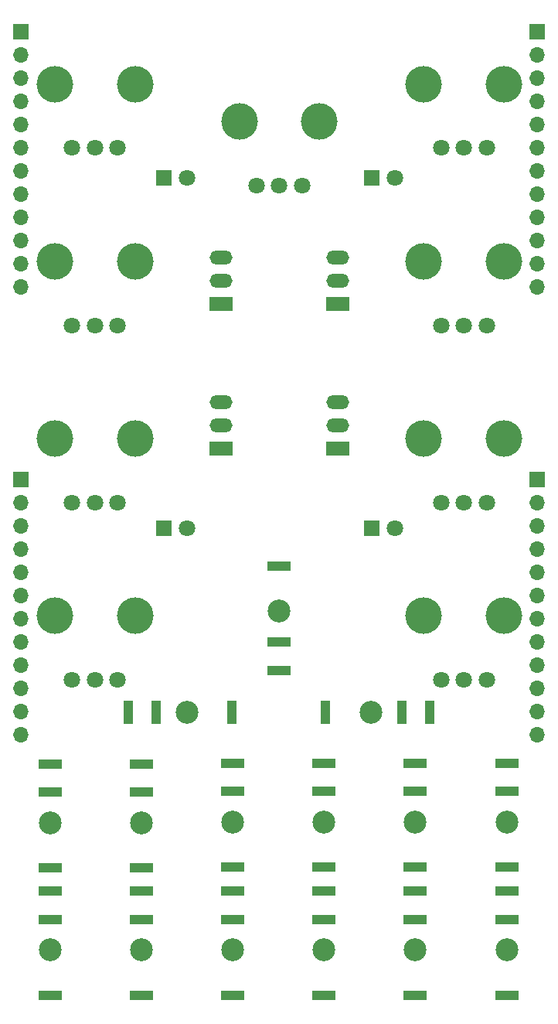
<source format=gbr>
%TF.GenerationSoftware,KiCad,Pcbnew,(5.99.0-12348-g4b436fb86d)*%
%TF.CreationDate,2021-09-22T21:55:13+01:00*%
%TF.ProjectId,Ampelope_Controls,416d7065-6c6f-4706-955f-436f6e74726f,rev?*%
%TF.SameCoordinates,Original*%
%TF.FileFunction,Soldermask,Top*%
%TF.FilePolarity,Negative*%
%FSLAX46Y46*%
G04 Gerber Fmt 4.6, Leading zero omitted, Abs format (unit mm)*
G04 Created by KiCad (PCBNEW (5.99.0-12348-g4b436fb86d)) date 2021-09-22 21:55:13*
%MOMM*%
%LPD*%
G01*
G04 APERTURE LIST*
%ADD10C,4.000000*%
%ADD11C,1.800000*%
%ADD12C,2.500000*%
%ADD13R,2.500000X1.000000*%
%ADD14R,2.500000X1.500000*%
%ADD15O,2.500000X1.500000*%
%ADD16R,1.800000X1.800000*%
%ADD17R,1.000000X2.500000*%
%ADD18R,1.700000X1.700000*%
%ADD19O,1.700000X1.700000*%
G04 APERTURE END LIST*
D10*
%TO.C,EnvB_S_POT1*%
X146100000Y-96600000D03*
X154900000Y-96600000D03*
D11*
X153000000Y-103600000D03*
X150500000Y-103600000D03*
X148000000Y-103600000D03*
%TD*%
D12*
%TO.C,J11*%
X145200000Y-138600000D03*
D13*
X145200000Y-132120000D03*
X145200000Y-135220000D03*
X145200000Y-143520000D03*
%TD*%
D14*
%TO.C,E2_MODE1*%
X123900000Y-97740000D03*
D15*
X123900000Y-95200000D03*
X123900000Y-92660000D03*
%TD*%
D10*
%TO.C,EnvB_R_POT1*%
X146100000Y-116000000D03*
X154900000Y-116000000D03*
D11*
X153000000Y-123000000D03*
X150500000Y-123000000D03*
X148000000Y-123000000D03*
%TD*%
D12*
%TO.C,J16*%
X155200000Y-152600000D03*
D13*
X155200000Y-146120000D03*
X155200000Y-149220000D03*
X155200000Y-157520000D03*
%TD*%
D12*
%TO.C,J6*%
X125200000Y-152600000D03*
D13*
X125200000Y-146120000D03*
X125200000Y-149220000D03*
X125200000Y-157520000D03*
%TD*%
D12*
%TO.C,J10*%
X115200000Y-152600000D03*
D13*
X115200000Y-146120000D03*
X115200000Y-149220000D03*
X115200000Y-157520000D03*
%TD*%
D16*
%TO.C,LED2*%
X117630000Y-106400000D03*
D11*
X120170000Y-106400000D03*
%TD*%
D12*
%TO.C,J13*%
X105200000Y-138700000D03*
D13*
X105200000Y-132220000D03*
X105200000Y-135320000D03*
X105200000Y-143620000D03*
%TD*%
D12*
%TO.C,J7*%
X135200000Y-138600000D03*
D13*
X135200000Y-132120000D03*
X135200000Y-135220000D03*
X135200000Y-143520000D03*
%TD*%
D16*
%TO.C,LED1*%
X117630000Y-68100000D03*
D11*
X120170000Y-68100000D03*
%TD*%
D12*
%TO.C,J18*%
X120200000Y-126600000D03*
D17*
X113720000Y-126600000D03*
X116820000Y-126600000D03*
X125120000Y-126600000D03*
%TD*%
D10*
%TO.C,EnvA_A_POT1*%
X105700000Y-57800000D03*
X114500000Y-57800000D03*
D11*
X112600000Y-64800000D03*
X110100000Y-64800000D03*
X107600000Y-64800000D03*
%TD*%
D12*
%TO.C,J12*%
X145200000Y-152600000D03*
D13*
X145200000Y-146120000D03*
X145200000Y-149220000D03*
X145200000Y-157520000D03*
%TD*%
D12*
%TO.C,J5*%
X125200000Y-138600000D03*
D13*
X125200000Y-132120000D03*
X125200000Y-135220000D03*
X125200000Y-143520000D03*
%TD*%
D12*
%TO.C,J19*%
X140300000Y-126600000D03*
D17*
X146780000Y-126600000D03*
X143680000Y-126600000D03*
X135380000Y-126600000D03*
%TD*%
D14*
%TO.C,E1_MODE1*%
X123900000Y-81840000D03*
D15*
X123900000Y-79300000D03*
X123900000Y-76760000D03*
%TD*%
D10*
%TO.C,LFO_POT1*%
X134700000Y-61900000D03*
X125900000Y-61900000D03*
D11*
X132800000Y-68900000D03*
X130300000Y-68900000D03*
X127800000Y-68900000D03*
%TD*%
D10*
%TO.C,EnvA_R_POT1*%
X114500000Y-116000000D03*
X105700000Y-116000000D03*
D11*
X112600000Y-123000000D03*
X110100000Y-123000000D03*
X107600000Y-123000000D03*
%TD*%
D10*
%TO.C,EnvB_D_POT1*%
X146100000Y-77200000D03*
X154900000Y-77200000D03*
D11*
X153000000Y-84200000D03*
X150500000Y-84200000D03*
X148000000Y-84200000D03*
%TD*%
D10*
%TO.C,EnvA_S_POT1*%
X114500000Y-96600000D03*
X105700000Y-96600000D03*
D11*
X112600000Y-103600000D03*
X110100000Y-103600000D03*
X107600000Y-103600000D03*
%TD*%
D10*
%TO.C,EnvA_D_POT1*%
X114500000Y-77200000D03*
X105700000Y-77200000D03*
D11*
X112600000Y-84200000D03*
X110100000Y-84200000D03*
X107600000Y-84200000D03*
%TD*%
D14*
%TO.C,E3_MODE1*%
X136700000Y-81840000D03*
D15*
X136700000Y-79300000D03*
X136700000Y-76760000D03*
%TD*%
D16*
%TO.C,LED3*%
X140430000Y-68100000D03*
D11*
X142970000Y-68100000D03*
%TD*%
D12*
%TO.C,J14*%
X105200000Y-152600000D03*
D13*
X105200000Y-146120000D03*
X105200000Y-149220000D03*
X105200000Y-157520000D03*
%TD*%
D12*
%TO.C,J17*%
X130300000Y-115500000D03*
D13*
X130300000Y-121980000D03*
X130300000Y-118880000D03*
X130300000Y-110580000D03*
%TD*%
D14*
%TO.C,E4_MODE1*%
X136700000Y-97740000D03*
D15*
X136700000Y-95200000D03*
X136700000Y-92660000D03*
%TD*%
D10*
%TO.C,EnvB_A_POT1*%
X154900000Y-57800000D03*
X146100000Y-57800000D03*
D11*
X153000000Y-64800000D03*
X150500000Y-64800000D03*
X148000000Y-64800000D03*
%TD*%
D12*
%TO.C,J15*%
X155200000Y-138600000D03*
D13*
X155200000Y-132120000D03*
X155200000Y-135220000D03*
X155200000Y-143520000D03*
%TD*%
D16*
%TO.C,LED4*%
X140430000Y-106400000D03*
D11*
X142970000Y-106400000D03*
%TD*%
D12*
%TO.C,J9*%
X115200000Y-138700000D03*
D13*
X115200000Y-132220000D03*
X115200000Y-135320000D03*
X115200000Y-143620000D03*
%TD*%
D12*
%TO.C,J8*%
X135200000Y-152600000D03*
D13*
X135200000Y-146120000D03*
X135200000Y-149220000D03*
X135200000Y-157520000D03*
%TD*%
D18*
%TO.C,J2*%
X158500000Y-101100000D03*
D19*
X158500000Y-103640000D03*
X158500000Y-106180000D03*
X158500000Y-108720000D03*
X158500000Y-111260000D03*
X158500000Y-113800000D03*
X158500000Y-116340000D03*
X158500000Y-118880000D03*
X158500000Y-121420000D03*
X158500000Y-123960000D03*
X158500000Y-126500000D03*
X158500000Y-129040000D03*
%TD*%
D18*
%TO.C,J4*%
X102000000Y-101100000D03*
D19*
X102000000Y-103640000D03*
X102000000Y-106180000D03*
X102000000Y-108720000D03*
X102000000Y-111260000D03*
X102000000Y-113800000D03*
X102000000Y-116340000D03*
X102000000Y-118880000D03*
X102000000Y-121420000D03*
X102000000Y-123960000D03*
X102000000Y-126500000D03*
X102000000Y-129040000D03*
%TD*%
D18*
%TO.C,J1*%
X158500000Y-52100000D03*
D19*
X158500000Y-54640000D03*
X158500000Y-57180000D03*
X158500000Y-59720000D03*
X158500000Y-62260000D03*
X158500000Y-64800000D03*
X158500000Y-67340000D03*
X158500000Y-69880000D03*
X158500000Y-72420000D03*
X158500000Y-74960000D03*
X158500000Y-77500000D03*
X158500000Y-80040000D03*
%TD*%
D18*
%TO.C,J3*%
X102000000Y-52100000D03*
D19*
X102000000Y-54640000D03*
X102000000Y-57180000D03*
X102000000Y-59720000D03*
X102000000Y-62260000D03*
X102000000Y-64800000D03*
X102000000Y-67340000D03*
X102000000Y-69880000D03*
X102000000Y-72420000D03*
X102000000Y-74960000D03*
X102000000Y-77500000D03*
X102000000Y-80040000D03*
%TD*%
M02*

</source>
